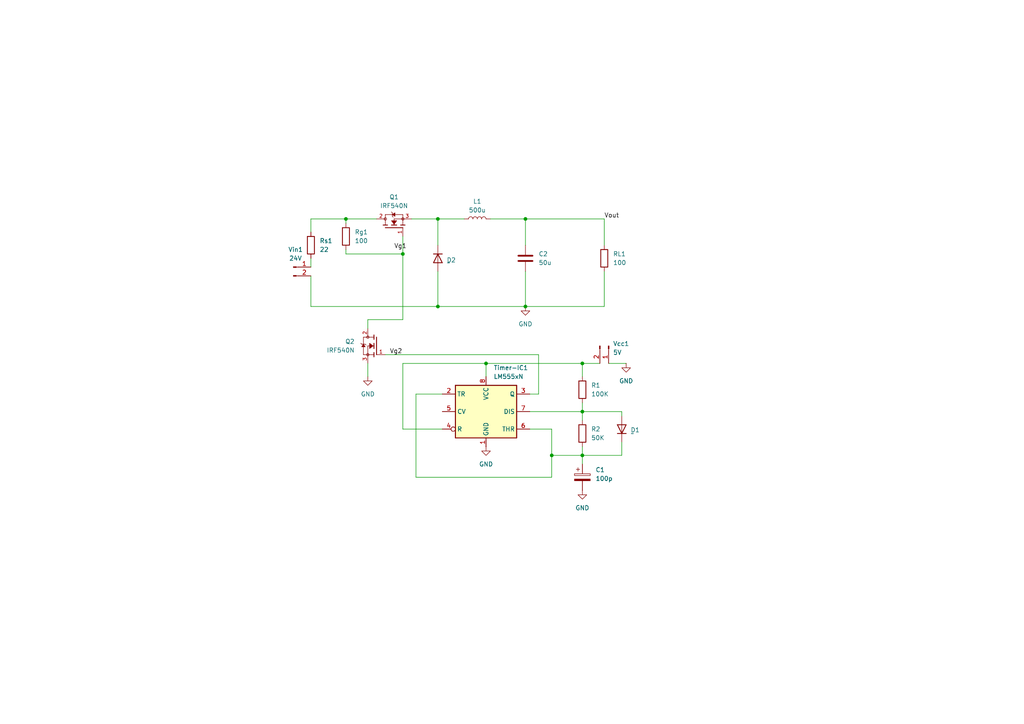
<source format=kicad_sch>
(kicad_sch
	(version 20231120)
	(generator "eeschema")
	(generator_version "8.0")
	(uuid "bee4cb38-338d-4411-b08a-1f4e0dc7cc45")
	(paper "A4")
	(title_block
		(title "Buck Converter")
		(date "2024-09-26")
	)
	(lib_symbols
		(symbol "Connector:Conn_01x02_Pin"
			(pin_names
				(offset 1.016) hide)
			(exclude_from_sim no)
			(in_bom yes)
			(on_board yes)
			(property "Reference" "J"
				(at 0 2.54 0)
				(effects
					(font
						(size 1.27 1.27)
					)
				)
			)
			(property "Value" "Conn_01x02_Pin"
				(at 0 -5.08 0)
				(effects
					(font
						(size 1.27 1.27)
					)
				)
			)
			(property "Footprint" ""
				(at 0 0 0)
				(effects
					(font
						(size 1.27 1.27)
					)
					(hide yes)
				)
			)
			(property "Datasheet" "~"
				(at 0 0 0)
				(effects
					(font
						(size 1.27 1.27)
					)
					(hide yes)
				)
			)
			(property "Description" "Generic connector, single row, 01x02, script generated"
				(at 0 0 0)
				(effects
					(font
						(size 1.27 1.27)
					)
					(hide yes)
				)
			)
			(property "ki_locked" ""
				(at 0 0 0)
				(effects
					(font
						(size 1.27 1.27)
					)
				)
			)
			(property "ki_keywords" "connector"
				(at 0 0 0)
				(effects
					(font
						(size 1.27 1.27)
					)
					(hide yes)
				)
			)
			(property "ki_fp_filters" "Connector*:*_1x??_*"
				(at 0 0 0)
				(effects
					(font
						(size 1.27 1.27)
					)
					(hide yes)
				)
			)
			(symbol "Conn_01x02_Pin_1_1"
				(polyline
					(pts
						(xy 1.27 -2.54) (xy 0.8636 -2.54)
					)
					(stroke
						(width 0.1524)
						(type default)
					)
					(fill
						(type none)
					)
				)
				(polyline
					(pts
						(xy 1.27 0) (xy 0.8636 0)
					)
					(stroke
						(width 0.1524)
						(type default)
					)
					(fill
						(type none)
					)
				)
				(rectangle
					(start 0.8636 -2.413)
					(end 0 -2.667)
					(stroke
						(width 0.1524)
						(type default)
					)
					(fill
						(type outline)
					)
				)
				(rectangle
					(start 0.8636 0.127)
					(end 0 -0.127)
					(stroke
						(width 0.1524)
						(type default)
					)
					(fill
						(type outline)
					)
				)
				(pin passive line
					(at 5.08 0 180)
					(length 3.81)
					(name "Pin_1"
						(effects
							(font
								(size 1.27 1.27)
							)
						)
					)
					(number "1"
						(effects
							(font
								(size 1.27 1.27)
							)
						)
					)
				)
				(pin passive line
					(at 5.08 -2.54 180)
					(length 3.81)
					(name "Pin_2"
						(effects
							(font
								(size 1.27 1.27)
							)
						)
					)
					(number "2"
						(effects
							(font
								(size 1.27 1.27)
							)
						)
					)
				)
			)
		)
		(symbol "Device:C"
			(pin_numbers hide)
			(pin_names
				(offset 0.254)
			)
			(exclude_from_sim no)
			(in_bom yes)
			(on_board yes)
			(property "Reference" "C"
				(at 0.635 2.54 0)
				(effects
					(font
						(size 1.27 1.27)
					)
					(justify left)
				)
			)
			(property "Value" "C"
				(at 0.635 -2.54 0)
				(effects
					(font
						(size 1.27 1.27)
					)
					(justify left)
				)
			)
			(property "Footprint" ""
				(at 0.9652 -3.81 0)
				(effects
					(font
						(size 1.27 1.27)
					)
					(hide yes)
				)
			)
			(property "Datasheet" "~"
				(at 0 0 0)
				(effects
					(font
						(size 1.27 1.27)
					)
					(hide yes)
				)
			)
			(property "Description" "Unpolarized capacitor"
				(at 0 0 0)
				(effects
					(font
						(size 1.27 1.27)
					)
					(hide yes)
				)
			)
			(property "ki_keywords" "cap capacitor"
				(at 0 0 0)
				(effects
					(font
						(size 1.27 1.27)
					)
					(hide yes)
				)
			)
			(property "ki_fp_filters" "C_*"
				(at 0 0 0)
				(effects
					(font
						(size 1.27 1.27)
					)
					(hide yes)
				)
			)
			(symbol "C_0_1"
				(polyline
					(pts
						(xy -2.032 -0.762) (xy 2.032 -0.762)
					)
					(stroke
						(width 0.508)
						(type default)
					)
					(fill
						(type none)
					)
				)
				(polyline
					(pts
						(xy -2.032 0.762) (xy 2.032 0.762)
					)
					(stroke
						(width 0.508)
						(type default)
					)
					(fill
						(type none)
					)
				)
			)
			(symbol "C_1_1"
				(pin passive line
					(at 0 3.81 270)
					(length 2.794)
					(name "~"
						(effects
							(font
								(size 1.27 1.27)
							)
						)
					)
					(number "1"
						(effects
							(font
								(size 1.27 1.27)
							)
						)
					)
				)
				(pin passive line
					(at 0 -3.81 90)
					(length 2.794)
					(name "~"
						(effects
							(font
								(size 1.27 1.27)
							)
						)
					)
					(number "2"
						(effects
							(font
								(size 1.27 1.27)
							)
						)
					)
				)
			)
		)
		(symbol "Device:C_Polarized"
			(pin_numbers hide)
			(pin_names
				(offset 0.254)
			)
			(exclude_from_sim no)
			(in_bom yes)
			(on_board yes)
			(property "Reference" "C"
				(at 0.635 2.54 0)
				(effects
					(font
						(size 1.27 1.27)
					)
					(justify left)
				)
			)
			(property "Value" "C_Polarized"
				(at 0.635 -2.54 0)
				(effects
					(font
						(size 1.27 1.27)
					)
					(justify left)
				)
			)
			(property "Footprint" ""
				(at 0.9652 -3.81 0)
				(effects
					(font
						(size 1.27 1.27)
					)
					(hide yes)
				)
			)
			(property "Datasheet" "~"
				(at 0 0 0)
				(effects
					(font
						(size 1.27 1.27)
					)
					(hide yes)
				)
			)
			(property "Description" "Polarized capacitor"
				(at 0 0 0)
				(effects
					(font
						(size 1.27 1.27)
					)
					(hide yes)
				)
			)
			(property "ki_keywords" "cap capacitor"
				(at 0 0 0)
				(effects
					(font
						(size 1.27 1.27)
					)
					(hide yes)
				)
			)
			(property "ki_fp_filters" "CP_*"
				(at 0 0 0)
				(effects
					(font
						(size 1.27 1.27)
					)
					(hide yes)
				)
			)
			(symbol "C_Polarized_0_1"
				(rectangle
					(start -2.286 0.508)
					(end 2.286 1.016)
					(stroke
						(width 0)
						(type default)
					)
					(fill
						(type none)
					)
				)
				(polyline
					(pts
						(xy -1.778 2.286) (xy -0.762 2.286)
					)
					(stroke
						(width 0)
						(type default)
					)
					(fill
						(type none)
					)
				)
				(polyline
					(pts
						(xy -1.27 2.794) (xy -1.27 1.778)
					)
					(stroke
						(width 0)
						(type default)
					)
					(fill
						(type none)
					)
				)
				(rectangle
					(start 2.286 -0.508)
					(end -2.286 -1.016)
					(stroke
						(width 0)
						(type default)
					)
					(fill
						(type outline)
					)
				)
			)
			(symbol "C_Polarized_1_1"
				(pin passive line
					(at 0 3.81 270)
					(length 2.794)
					(name "~"
						(effects
							(font
								(size 1.27 1.27)
							)
						)
					)
					(number "1"
						(effects
							(font
								(size 1.27 1.27)
							)
						)
					)
				)
				(pin passive line
					(at 0 -3.81 90)
					(length 2.794)
					(name "~"
						(effects
							(font
								(size 1.27 1.27)
							)
						)
					)
					(number "2"
						(effects
							(font
								(size 1.27 1.27)
							)
						)
					)
				)
			)
		)
		(symbol "Device:D"
			(pin_numbers hide)
			(pin_names
				(offset 1.016) hide)
			(exclude_from_sim no)
			(in_bom yes)
			(on_board yes)
			(property "Reference" "D"
				(at 0 2.54 0)
				(effects
					(font
						(size 1.27 1.27)
					)
				)
			)
			(property "Value" "D"
				(at 0 -2.54 0)
				(effects
					(font
						(size 1.27 1.27)
					)
				)
			)
			(property "Footprint" ""
				(at 0 0 0)
				(effects
					(font
						(size 1.27 1.27)
					)
					(hide yes)
				)
			)
			(property "Datasheet" "~"
				(at 0 0 0)
				(effects
					(font
						(size 1.27 1.27)
					)
					(hide yes)
				)
			)
			(property "Description" "Diode"
				(at 0 0 0)
				(effects
					(font
						(size 1.27 1.27)
					)
					(hide yes)
				)
			)
			(property "Sim.Device" "D"
				(at 0 0 0)
				(effects
					(font
						(size 1.27 1.27)
					)
					(hide yes)
				)
			)
			(property "Sim.Pins" "1=K 2=A"
				(at 0 0 0)
				(effects
					(font
						(size 1.27 1.27)
					)
					(hide yes)
				)
			)
			(property "ki_keywords" "diode"
				(at 0 0 0)
				(effects
					(font
						(size 1.27 1.27)
					)
					(hide yes)
				)
			)
			(property "ki_fp_filters" "TO-???* *_Diode_* *SingleDiode* D_*"
				(at 0 0 0)
				(effects
					(font
						(size 1.27 1.27)
					)
					(hide yes)
				)
			)
			(symbol "D_0_1"
				(polyline
					(pts
						(xy -1.27 1.27) (xy -1.27 -1.27)
					)
					(stroke
						(width 0.254)
						(type default)
					)
					(fill
						(type none)
					)
				)
				(polyline
					(pts
						(xy 1.27 0) (xy -1.27 0)
					)
					(stroke
						(width 0)
						(type default)
					)
					(fill
						(type none)
					)
				)
				(polyline
					(pts
						(xy 1.27 1.27) (xy 1.27 -1.27) (xy -1.27 0) (xy 1.27 1.27)
					)
					(stroke
						(width 0.254)
						(type default)
					)
					(fill
						(type none)
					)
				)
			)
			(symbol "D_1_1"
				(pin passive line
					(at -3.81 0 0)
					(length 2.54)
					(name "K"
						(effects
							(font
								(size 1.27 1.27)
							)
						)
					)
					(number "1"
						(effects
							(font
								(size 1.27 1.27)
							)
						)
					)
				)
				(pin passive line
					(at 3.81 0 180)
					(length 2.54)
					(name "A"
						(effects
							(font
								(size 1.27 1.27)
							)
						)
					)
					(number "2"
						(effects
							(font
								(size 1.27 1.27)
							)
						)
					)
				)
			)
		)
		(symbol "Device:L"
			(pin_numbers hide)
			(pin_names
				(offset 1.016) hide)
			(exclude_from_sim no)
			(in_bom yes)
			(on_board yes)
			(property "Reference" "L"
				(at -1.27 0 90)
				(effects
					(font
						(size 1.27 1.27)
					)
				)
			)
			(property "Value" "L"
				(at 1.905 0 90)
				(effects
					(font
						(size 1.27 1.27)
					)
				)
			)
			(property "Footprint" ""
				(at 0 0 0)
				(effects
					(font
						(size 1.27 1.27)
					)
					(hide yes)
				)
			)
			(property "Datasheet" "~"
				(at 0 0 0)
				(effects
					(font
						(size 1.27 1.27)
					)
					(hide yes)
				)
			)
			(property "Description" "Inductor"
				(at 0 0 0)
				(effects
					(font
						(size 1.27 1.27)
					)
					(hide yes)
				)
			)
			(property "ki_keywords" "inductor choke coil reactor magnetic"
				(at 0 0 0)
				(effects
					(font
						(size 1.27 1.27)
					)
					(hide yes)
				)
			)
			(property "ki_fp_filters" "Choke_* *Coil* Inductor_* L_*"
				(at 0 0 0)
				(effects
					(font
						(size 1.27 1.27)
					)
					(hide yes)
				)
			)
			(symbol "L_0_1"
				(arc
					(start 0 -2.54)
					(mid 0.6323 -1.905)
					(end 0 -1.27)
					(stroke
						(width 0)
						(type default)
					)
					(fill
						(type none)
					)
				)
				(arc
					(start 0 -1.27)
					(mid 0.6323 -0.635)
					(end 0 0)
					(stroke
						(width 0)
						(type default)
					)
					(fill
						(type none)
					)
				)
				(arc
					(start 0 0)
					(mid 0.6323 0.635)
					(end 0 1.27)
					(stroke
						(width 0)
						(type default)
					)
					(fill
						(type none)
					)
				)
				(arc
					(start 0 1.27)
					(mid 0.6323 1.905)
					(end 0 2.54)
					(stroke
						(width 0)
						(type default)
					)
					(fill
						(type none)
					)
				)
			)
			(symbol "L_1_1"
				(pin passive line
					(at 0 3.81 270)
					(length 1.27)
					(name "1"
						(effects
							(font
								(size 1.27 1.27)
							)
						)
					)
					(number "1"
						(effects
							(font
								(size 1.27 1.27)
							)
						)
					)
				)
				(pin passive line
					(at 0 -3.81 90)
					(length 1.27)
					(name "2"
						(effects
							(font
								(size 1.27 1.27)
							)
						)
					)
					(number "2"
						(effects
							(font
								(size 1.27 1.27)
							)
						)
					)
				)
			)
		)
		(symbol "Device:R"
			(pin_numbers hide)
			(pin_names
				(offset 0)
			)
			(exclude_from_sim no)
			(in_bom yes)
			(on_board yes)
			(property "Reference" "R"
				(at 2.032 0 90)
				(effects
					(font
						(size 1.27 1.27)
					)
				)
			)
			(property "Value" "R"
				(at 0 0 90)
				(effects
					(font
						(size 1.27 1.27)
					)
				)
			)
			(property "Footprint" ""
				(at -1.778 0 90)
				(effects
					(font
						(size 1.27 1.27)
					)
					(hide yes)
				)
			)
			(property "Datasheet" "~"
				(at 0 0 0)
				(effects
					(font
						(size 1.27 1.27)
					)
					(hide yes)
				)
			)
			(property "Description" "Resistor"
				(at 0 0 0)
				(effects
					(font
						(size 1.27 1.27)
					)
					(hide yes)
				)
			)
			(property "ki_keywords" "R res resistor"
				(at 0 0 0)
				(effects
					(font
						(size 1.27 1.27)
					)
					(hide yes)
				)
			)
			(property "ki_fp_filters" "R_*"
				(at 0 0 0)
				(effects
					(font
						(size 1.27 1.27)
					)
					(hide yes)
				)
			)
			(symbol "R_0_1"
				(rectangle
					(start -1.016 -2.54)
					(end 1.016 2.54)
					(stroke
						(width 0.254)
						(type default)
					)
					(fill
						(type none)
					)
				)
			)
			(symbol "R_1_1"
				(pin passive line
					(at 0 3.81 270)
					(length 1.27)
					(name "~"
						(effects
							(font
								(size 1.27 1.27)
							)
						)
					)
					(number "1"
						(effects
							(font
								(size 1.27 1.27)
							)
						)
					)
				)
				(pin passive line
					(at 0 -3.81 90)
					(length 1.27)
					(name "~"
						(effects
							(font
								(size 1.27 1.27)
							)
						)
					)
					(number "2"
						(effects
							(font
								(size 1.27 1.27)
							)
						)
					)
				)
			)
		)
		(symbol "IRF540N:IRF540N"
			(pin_names
				(offset 1.016)
			)
			(exclude_from_sim no)
			(in_bom yes)
			(on_board yes)
			(property "Reference" "Q"
				(at -8.89 2.54 0)
				(effects
					(font
						(size 1.27 1.27)
					)
					(justify left bottom)
				)
			)
			(property "Value" "IRF540N"
				(at -8.89 -7.62 0)
				(effects
					(font
						(size 1.27 1.27)
					)
					(justify left bottom)
				)
			)
			(property "Footprint" "IRF540N:TO254P1054X469X1930-3"
				(at 0 0 0)
				(effects
					(font
						(size 1.27 1.27)
					)
					(justify bottom)
					(hide yes)
				)
			)
			(property "Datasheet" ""
				(at 0 0 0)
				(effects
					(font
						(size 1.27 1.27)
					)
					(hide yes)
				)
			)
			(property "Description" ""
				(at 0 0 0)
				(effects
					(font
						(size 1.27 1.27)
					)
					(hide yes)
				)
			)
			(property "MF" "Infineon Technologies"
				(at 0 0 0)
				(effects
					(font
						(size 1.27 1.27)
					)
					(justify bottom)
					(hide yes)
				)
			)
			(property "MAXIMUM_PACKAGE_HEIGHT" "19.3 mm"
				(at 0 0 0)
				(effects
					(font
						(size 1.27 1.27)
					)
					(justify bottom)
					(hide yes)
				)
			)
			(property "Package" "Package"
				(at 0 0 0)
				(effects
					(font
						(size 1.27 1.27)
					)
					(justify bottom)
					(hide yes)
				)
			)
			(property "Price" "None"
				(at 0 0 0)
				(effects
					(font
						(size 1.27 1.27)
					)
					(justify bottom)
					(hide yes)
				)
			)
			(property "Check_prices" "https://www.snapeda.com/parts/IRF540N/Infineon+Technologies/view-part/?ref=eda"
				(at 0 0 0)
				(effects
					(font
						(size 1.27 1.27)
					)
					(justify bottom)
					(hide yes)
				)
			)
			(property "STANDARD" "IPC 7351B"
				(at 0 0 0)
				(effects
					(font
						(size 1.27 1.27)
					)
					(justify bottom)
					(hide yes)
				)
			)
			(property "PARTREV" "11/3/03"
				(at 0 0 0)
				(effects
					(font
						(size 1.27 1.27)
					)
					(justify bottom)
					(hide yes)
				)
			)
			(property "SnapEDA_Link" "https://www.snapeda.com/parts/IRF540N/Infineon+Technologies/view-part/?ref=snap"
				(at 0 0 0)
				(effects
					(font
						(size 1.27 1.27)
					)
					(justify bottom)
					(hide yes)
				)
			)
			(property "MP" "IRF540N"
				(at 0 0 0)
				(effects
					(font
						(size 1.27 1.27)
					)
					(justify bottom)
					(hide yes)
				)
			)
			(property "Purchase-URL" "https://www.snapeda.com/api/url_track_click_mouser/?unipart_id=551748&manufacturer=Infineon Technologies&part_name=IRF540N&search_term=None"
				(at 0 0 0)
				(effects
					(font
						(size 1.27 1.27)
					)
					(justify bottom)
					(hide yes)
				)
			)
			(property "Description_1" "\nTransistor NPN MOS IRF540/IRF540N INTERNATIONAL RECTIFIER Ampere=28 V=100 TO220\n"
				(at 0 0 0)
				(effects
					(font
						(size 1.27 1.27)
					)
					(justify bottom)
					(hide yes)
				)
			)
			(property "MANUFACTURER" "Infineon"
				(at 0 0 0)
				(effects
					(font
						(size 1.27 1.27)
					)
					(justify bottom)
					(hide yes)
				)
			)
			(property "Availability" "In Stock"
				(at 0 0 0)
				(effects
					(font
						(size 1.27 1.27)
					)
					(justify bottom)
					(hide yes)
				)
			)
			(property "SNAPEDA_PN" "X"
				(at 0 0 0)
				(effects
					(font
						(size 1.27 1.27)
					)
					(justify bottom)
					(hide yes)
				)
			)
			(symbol "IRF540N_0_0"
				(polyline
					(pts
						(xy 0 2.54) (xy 0 -2.54)
					)
					(stroke
						(width 0.254)
						(type default)
					)
					(fill
						(type none)
					)
				)
				(polyline
					(pts
						(xy 0.762 -2.54) (xy 0.762 -3.175)
					)
					(stroke
						(width 0.254)
						(type default)
					)
					(fill
						(type none)
					)
				)
				(polyline
					(pts
						(xy 0.762 -1.905) (xy 0.762 -2.54)
					)
					(stroke
						(width 0.254)
						(type default)
					)
					(fill
						(type none)
					)
				)
				(polyline
					(pts
						(xy 0.762 0) (xy 0.762 -0.762)
					)
					(stroke
						(width 0.254)
						(type default)
					)
					(fill
						(type none)
					)
				)
				(polyline
					(pts
						(xy 0.762 0) (xy 2.54 0)
					)
					(stroke
						(width 0.1524)
						(type default)
					)
					(fill
						(type none)
					)
				)
				(polyline
					(pts
						(xy 0.762 0.762) (xy 0.762 0)
					)
					(stroke
						(width 0.254)
						(type default)
					)
					(fill
						(type none)
					)
				)
				(polyline
					(pts
						(xy 0.762 2.54) (xy 0.762 1.905)
					)
					(stroke
						(width 0.254)
						(type default)
					)
					(fill
						(type none)
					)
				)
				(polyline
					(pts
						(xy 0.762 2.54) (xy 3.81 2.54)
					)
					(stroke
						(width 0.1524)
						(type default)
					)
					(fill
						(type none)
					)
				)
				(polyline
					(pts
						(xy 0.762 3.175) (xy 0.762 2.54)
					)
					(stroke
						(width 0.254)
						(type default)
					)
					(fill
						(type none)
					)
				)
				(polyline
					(pts
						(xy 2.54 -2.54) (xy 0.762 -2.54)
					)
					(stroke
						(width 0.1524)
						(type default)
					)
					(fill
						(type none)
					)
				)
				(polyline
					(pts
						(xy 2.54 -2.54) (xy 3.81 -2.54)
					)
					(stroke
						(width 0.1524)
						(type default)
					)
					(fill
						(type none)
					)
				)
				(polyline
					(pts
						(xy 2.54 0) (xy 2.54 -2.54)
					)
					(stroke
						(width 0.1524)
						(type default)
					)
					(fill
						(type none)
					)
				)
				(polyline
					(pts
						(xy 3.302 0.508) (xy 3.048 0.254)
					)
					(stroke
						(width 0.1524)
						(type default)
					)
					(fill
						(type none)
					)
				)
				(polyline
					(pts
						(xy 3.81 0.508) (xy 3.302 0.508)
					)
					(stroke
						(width 0.1524)
						(type default)
					)
					(fill
						(type none)
					)
				)
				(polyline
					(pts
						(xy 3.81 0.508) (xy 3.81 -2.54)
					)
					(stroke
						(width 0.1524)
						(type default)
					)
					(fill
						(type none)
					)
				)
				(polyline
					(pts
						(xy 3.81 2.54) (xy 3.81 0.508)
					)
					(stroke
						(width 0.1524)
						(type default)
					)
					(fill
						(type none)
					)
				)
				(polyline
					(pts
						(xy 4.318 0.508) (xy 3.81 0.508)
					)
					(stroke
						(width 0.1524)
						(type default)
					)
					(fill
						(type none)
					)
				)
				(polyline
					(pts
						(xy 4.572 0.762) (xy 4.318 0.508)
					)
					(stroke
						(width 0.1524)
						(type default)
					)
					(fill
						(type none)
					)
				)
				(polyline
					(pts
						(xy 1.016 0) (xy 2.032 0.762) (xy 2.032 -0.762) (xy 1.016 0)
					)
					(stroke
						(width 0.1524)
						(type default)
					)
					(fill
						(type outline)
					)
				)
				(polyline
					(pts
						(xy 3.81 0.508) (xy 3.302 -0.254) (xy 4.318 -0.254) (xy 3.81 0.508)
					)
					(stroke
						(width 0.1524)
						(type default)
					)
					(fill
						(type outline)
					)
				)
				(circle
					(center 2.54 -2.54)
					(radius 0.3592)
					(stroke
						(width 0)
						(type default)
					)
					(fill
						(type none)
					)
				)
				(circle
					(center 2.54 2.54)
					(radius 0.3592)
					(stroke
						(width 0)
						(type default)
					)
					(fill
						(type none)
					)
				)
				(pin passive line
					(at -2.54 -2.54 0)
					(length 2.54)
					(name "~"
						(effects
							(font
								(size 1.016 1.016)
							)
						)
					)
					(number "1"
						(effects
							(font
								(size 1.016 1.016)
							)
						)
					)
				)
				(pin passive line
					(at 2.54 5.08 270)
					(length 2.54)
					(name "~"
						(effects
							(font
								(size 1.016 1.016)
							)
						)
					)
					(number "2"
						(effects
							(font
								(size 1.016 1.016)
							)
						)
					)
				)
				(pin passive line
					(at 2.54 -5.08 90)
					(length 2.54)
					(name "~"
						(effects
							(font
								(size 1.016 1.016)
							)
						)
					)
					(number "3"
						(effects
							(font
								(size 1.016 1.016)
							)
						)
					)
				)
			)
		)
		(symbol "Timer:LM555xN"
			(exclude_from_sim no)
			(in_bom yes)
			(on_board yes)
			(property "Reference" "U"
				(at -10.16 8.89 0)
				(effects
					(font
						(size 1.27 1.27)
					)
					(justify left)
				)
			)
			(property "Value" "LM555xN"
				(at 2.54 8.89 0)
				(effects
					(font
						(size 1.27 1.27)
					)
					(justify left)
				)
			)
			(property "Footprint" "Package_DIP:DIP-8_W7.62mm"
				(at 16.51 -10.16 0)
				(effects
					(font
						(size 1.27 1.27)
					)
					(hide yes)
				)
			)
			(property "Datasheet" "http://www.ti.com/lit/ds/symlink/lm555.pdf"
				(at 21.59 -10.16 0)
				(effects
					(font
						(size 1.27 1.27)
					)
					(hide yes)
				)
			)
			(property "Description" "Timer, 555 compatible, PDIP-8"
				(at 0 0 0)
				(effects
					(font
						(size 1.27 1.27)
					)
					(hide yes)
				)
			)
			(property "ki_keywords" "single timer 555"
				(at 0 0 0)
				(effects
					(font
						(size 1.27 1.27)
					)
					(hide yes)
				)
			)
			(property "ki_fp_filters" "DIP*W7.62mm*"
				(at 0 0 0)
				(effects
					(font
						(size 1.27 1.27)
					)
					(hide yes)
				)
			)
			(symbol "LM555xN_0_0"
				(pin power_in line
					(at 0 -10.16 90)
					(length 2.54)
					(name "GND"
						(effects
							(font
								(size 1.27 1.27)
							)
						)
					)
					(number "1"
						(effects
							(font
								(size 1.27 1.27)
							)
						)
					)
				)
				(pin power_in line
					(at 0 10.16 270)
					(length 2.54)
					(name "VCC"
						(effects
							(font
								(size 1.27 1.27)
							)
						)
					)
					(number "8"
						(effects
							(font
								(size 1.27 1.27)
							)
						)
					)
				)
			)
			(symbol "LM555xN_0_1"
				(rectangle
					(start -8.89 -7.62)
					(end 8.89 7.62)
					(stroke
						(width 0.254)
						(type default)
					)
					(fill
						(type background)
					)
				)
				(rectangle
					(start -8.89 -7.62)
					(end 8.89 7.62)
					(stroke
						(width 0.254)
						(type default)
					)
					(fill
						(type background)
					)
				)
			)
			(symbol "LM555xN_1_1"
				(pin input line
					(at -12.7 5.08 0)
					(length 3.81)
					(name "TR"
						(effects
							(font
								(size 1.27 1.27)
							)
						)
					)
					(number "2"
						(effects
							(font
								(size 1.27 1.27)
							)
						)
					)
				)
				(pin output line
					(at 12.7 5.08 180)
					(length 3.81)
					(name "Q"
						(effects
							(font
								(size 1.27 1.27)
							)
						)
					)
					(number "3"
						(effects
							(font
								(size 1.27 1.27)
							)
						)
					)
				)
				(pin input inverted
					(at -12.7 -5.08 0)
					(length 3.81)
					(name "R"
						(effects
							(font
								(size 1.27 1.27)
							)
						)
					)
					(number "4"
						(effects
							(font
								(size 1.27 1.27)
							)
						)
					)
				)
				(pin input line
					(at -12.7 0 0)
					(length 3.81)
					(name "CV"
						(effects
							(font
								(size 1.27 1.27)
							)
						)
					)
					(number "5"
						(effects
							(font
								(size 1.27 1.27)
							)
						)
					)
				)
				(pin input line
					(at 12.7 -5.08 180)
					(length 3.81)
					(name "THR"
						(effects
							(font
								(size 1.27 1.27)
							)
						)
					)
					(number "6"
						(effects
							(font
								(size 1.27 1.27)
							)
						)
					)
				)
				(pin input line
					(at 12.7 0 180)
					(length 3.81)
					(name "DIS"
						(effects
							(font
								(size 1.27 1.27)
							)
						)
					)
					(number "7"
						(effects
							(font
								(size 1.27 1.27)
							)
						)
					)
				)
			)
		)
		(symbol "power:GND"
			(power)
			(pin_numbers hide)
			(pin_names
				(offset 0) hide)
			(exclude_from_sim no)
			(in_bom yes)
			(on_board yes)
			(property "Reference" "#PWR"
				(at 0 -6.35 0)
				(effects
					(font
						(size 1.27 1.27)
					)
					(hide yes)
				)
			)
			(property "Value" "GND"
				(at 0 -3.81 0)
				(effects
					(font
						(size 1.27 1.27)
					)
				)
			)
			(property "Footprint" ""
				(at 0 0 0)
				(effects
					(font
						(size 1.27 1.27)
					)
					(hide yes)
				)
			)
			(property "Datasheet" ""
				(at 0 0 0)
				(effects
					(font
						(size 1.27 1.27)
					)
					(hide yes)
				)
			)
			(property "Description" "Power symbol creates a global label with name \"GND\" , ground"
				(at 0 0 0)
				(effects
					(font
						(size 1.27 1.27)
					)
					(hide yes)
				)
			)
			(property "ki_keywords" "global power"
				(at 0 0 0)
				(effects
					(font
						(size 1.27 1.27)
					)
					(hide yes)
				)
			)
			(symbol "GND_0_1"
				(polyline
					(pts
						(xy 0 0) (xy 0 -1.27) (xy 1.27 -1.27) (xy 0 -2.54) (xy -1.27 -1.27) (xy 0 -1.27)
					)
					(stroke
						(width 0)
						(type default)
					)
					(fill
						(type none)
					)
				)
			)
			(symbol "GND_1_1"
				(pin power_in line
					(at 0 0 270)
					(length 0)
					(name "~"
						(effects
							(font
								(size 1.27 1.27)
							)
						)
					)
					(number "1"
						(effects
							(font
								(size 1.27 1.27)
							)
						)
					)
				)
			)
		)
	)
	(junction
		(at 168.91 105.41)
		(diameter 0)
		(color 0 0 0 0)
		(uuid "32e4ab4c-c000-40b1-8ef5-a344460443f6")
	)
	(junction
		(at 168.91 132.08)
		(diameter 0)
		(color 0 0 0 0)
		(uuid "3e756156-b94c-45ef-994d-dab3e4d737e7")
	)
	(junction
		(at 168.91 119.38)
		(diameter 0)
		(color 0 0 0 0)
		(uuid "49824c8b-c75f-474d-8f03-61c0021376f2")
	)
	(junction
		(at 152.4 88.9)
		(diameter 0)
		(color 0 0 0 0)
		(uuid "622e547c-89d4-4455-ba36-3da5f7a9d2ca")
	)
	(junction
		(at 140.97 105.41)
		(diameter 0)
		(color 0 0 0 0)
		(uuid "67742904-c9f1-4645-96ae-676ae6035b9f")
	)
	(junction
		(at 127 63.5)
		(diameter 0)
		(color 0 0 0 0)
		(uuid "79aba8c6-916c-4a1d-a9d4-253ed94ae0d6")
	)
	(junction
		(at 152.4 63.5)
		(diameter 0)
		(color 0 0 0 0)
		(uuid "c2a4bbad-d4a0-49e4-bb9f-ec5ae069ad69")
	)
	(junction
		(at 160.02 132.08)
		(diameter 0)
		(color 0 0 0 0)
		(uuid "c749fb9e-709e-4bd5-b852-451c976c88ad")
	)
	(junction
		(at 116.84 73.66)
		(diameter 0)
		(color 0 0 0 0)
		(uuid "d34a529c-41ec-470c-a1cc-1610226d27ea")
	)
	(junction
		(at 100.33 63.5)
		(diameter 0)
		(color 0 0 0 0)
		(uuid "ea245d87-c379-428d-9e43-76508671134f")
	)
	(junction
		(at 127 88.9)
		(diameter 0)
		(color 0 0 0 0)
		(uuid "f5cd87cf-c8ba-40e6-a7db-8f00f5f692db")
	)
	(wire
		(pts
			(xy 175.26 71.12) (xy 175.26 63.5)
		)
		(stroke
			(width 0)
			(type default)
		)
		(uuid "013809ca-8058-4824-a40d-3478ab64a169")
	)
	(wire
		(pts
			(xy 176.53 105.41) (xy 181.61 105.41)
		)
		(stroke
			(width 0)
			(type default)
		)
		(uuid "06a43c14-b084-4108-bbd5-887f548b3be9")
	)
	(wire
		(pts
			(xy 100.33 63.5) (xy 109.22 63.5)
		)
		(stroke
			(width 0)
			(type default)
		)
		(uuid "0f8deb58-645e-4240-ae93-003fd3a96a92")
	)
	(wire
		(pts
			(xy 156.21 102.87) (xy 156.21 114.3)
		)
		(stroke
			(width 0)
			(type default)
		)
		(uuid "13e17f23-8bd6-4984-bbdd-e1c880a227de")
	)
	(wire
		(pts
			(xy 168.91 105.41) (xy 173.99 105.41)
		)
		(stroke
			(width 0)
			(type default)
		)
		(uuid "14931508-9e35-4673-bc33-a8213faaea89")
	)
	(wire
		(pts
			(xy 168.91 132.08) (xy 180.34 132.08)
		)
		(stroke
			(width 0)
			(type default)
		)
		(uuid "1d0dcf5a-12ca-442e-becc-97c1cc2a5bd5")
	)
	(wire
		(pts
			(xy 152.4 63.5) (xy 175.26 63.5)
		)
		(stroke
			(width 0)
			(type default)
		)
		(uuid "1db309a0-f3b3-4a0a-8d32-64889f13b3f9")
	)
	(wire
		(pts
			(xy 160.02 132.08) (xy 160.02 138.43)
		)
		(stroke
			(width 0)
			(type default)
		)
		(uuid "1fddcdc8-5803-4f39-afab-4e9742db91c0")
	)
	(wire
		(pts
			(xy 119.38 63.5) (xy 127 63.5)
		)
		(stroke
			(width 0)
			(type default)
		)
		(uuid "20f9843b-211a-4447-bf02-a6c84aaabc32")
	)
	(wire
		(pts
			(xy 140.97 109.22) (xy 140.97 105.41)
		)
		(stroke
			(width 0)
			(type default)
		)
		(uuid "23b2f0c5-cd10-482c-af51-2865154ec9a9")
	)
	(wire
		(pts
			(xy 90.17 67.31) (xy 90.17 63.5)
		)
		(stroke
			(width 0)
			(type default)
		)
		(uuid "2c79485d-835a-4380-a65c-ac5ac382c14e")
	)
	(wire
		(pts
			(xy 168.91 119.38) (xy 168.91 121.92)
		)
		(stroke
			(width 0)
			(type default)
		)
		(uuid "35006a10-3d3b-42f4-938b-9baa967a5c9d")
	)
	(wire
		(pts
			(xy 90.17 88.9) (xy 127 88.9)
		)
		(stroke
			(width 0)
			(type default)
		)
		(uuid "384685f3-6e3c-4a86-bc8d-1f28a4cbfa00")
	)
	(wire
		(pts
			(xy 116.84 105.41) (xy 116.84 124.46)
		)
		(stroke
			(width 0)
			(type default)
		)
		(uuid "4780abdd-28ff-4281-af6d-dbacc6e087da")
	)
	(wire
		(pts
			(xy 152.4 78.74) (xy 152.4 88.9)
		)
		(stroke
			(width 0)
			(type default)
		)
		(uuid "48de3927-3d7d-4c6e-a1b6-b68a0c662488")
	)
	(wire
		(pts
			(xy 111.76 102.87) (xy 156.21 102.87)
		)
		(stroke
			(width 0)
			(type default)
		)
		(uuid "5028a6c9-3989-48db-868a-b434fb363c27")
	)
	(wire
		(pts
			(xy 116.84 105.41) (xy 140.97 105.41)
		)
		(stroke
			(width 0)
			(type default)
		)
		(uuid "50745bde-ccf1-4d54-ac49-7c7f2bec9c70")
	)
	(wire
		(pts
			(xy 106.68 95.25) (xy 106.68 92.71)
		)
		(stroke
			(width 0)
			(type default)
		)
		(uuid "5af1672b-7e7f-42b0-92f9-8ba66ea0e40c")
	)
	(wire
		(pts
			(xy 152.4 88.9) (xy 175.26 88.9)
		)
		(stroke
			(width 0)
			(type default)
		)
		(uuid "5d28bea5-e5fb-4220-b4c3-9b12df2f24da")
	)
	(wire
		(pts
			(xy 90.17 63.5) (xy 100.33 63.5)
		)
		(stroke
			(width 0)
			(type default)
		)
		(uuid "6f164824-354a-4d84-9646-7a962383631a")
	)
	(wire
		(pts
			(xy 153.67 124.46) (xy 160.02 124.46)
		)
		(stroke
			(width 0)
			(type default)
		)
		(uuid "70c984be-1077-41c7-8615-817941caec2e")
	)
	(wire
		(pts
			(xy 180.34 128.27) (xy 180.34 132.08)
		)
		(stroke
			(width 0)
			(type default)
		)
		(uuid "746b4f0d-0517-4e2d-a65d-59d1d8ba6368")
	)
	(wire
		(pts
			(xy 152.4 63.5) (xy 152.4 71.12)
		)
		(stroke
			(width 0)
			(type default)
		)
		(uuid "748ef9bc-1dc4-4c50-8d2f-db02bc48b6c5")
	)
	(wire
		(pts
			(xy 128.27 114.3) (xy 120.65 114.3)
		)
		(stroke
			(width 0)
			(type default)
		)
		(uuid "7636358f-da30-4640-af6c-c4533879402b")
	)
	(wire
		(pts
			(xy 106.68 105.41) (xy 106.68 109.22)
		)
		(stroke
			(width 0)
			(type default)
		)
		(uuid "78b89bf3-ce17-4d9e-8b1d-55d021ca522c")
	)
	(wire
		(pts
			(xy 120.65 138.43) (xy 160.02 138.43)
		)
		(stroke
			(width 0)
			(type default)
		)
		(uuid "7e19b9c5-6585-4f72-ae92-02bd4e1faed1")
	)
	(wire
		(pts
			(xy 127 88.9) (xy 152.4 88.9)
		)
		(stroke
			(width 0)
			(type default)
		)
		(uuid "7fa49c40-3818-42ae-9c1d-4f4dc605d7d3")
	)
	(wire
		(pts
			(xy 168.91 116.84) (xy 168.91 119.38)
		)
		(stroke
			(width 0)
			(type default)
		)
		(uuid "802e2689-5f3c-436c-8e0f-ed017687510d")
	)
	(wire
		(pts
			(xy 168.91 129.54) (xy 168.91 132.08)
		)
		(stroke
			(width 0)
			(type default)
		)
		(uuid "8412c677-af68-491e-946b-960346e35a45")
	)
	(wire
		(pts
			(xy 140.97 105.41) (xy 168.91 105.41)
		)
		(stroke
			(width 0)
			(type default)
		)
		(uuid "87ded5cf-8046-430f-8c6a-6cadb7fd2b12")
	)
	(wire
		(pts
			(xy 175.26 78.74) (xy 175.26 88.9)
		)
		(stroke
			(width 0)
			(type default)
		)
		(uuid "8a6c4966-ccf7-455f-bb2d-efedfdb1908a")
	)
	(wire
		(pts
			(xy 90.17 77.47) (xy 90.17 74.93)
		)
		(stroke
			(width 0)
			(type default)
		)
		(uuid "8a968fb4-31a1-4a34-a285-6d8d5ec76b53")
	)
	(wire
		(pts
			(xy 100.33 72.39) (xy 100.33 73.66)
		)
		(stroke
			(width 0)
			(type default)
		)
		(uuid "9132b753-e4a6-43bd-994d-3851bd9578c7")
	)
	(wire
		(pts
			(xy 134.62 63.5) (xy 127 63.5)
		)
		(stroke
			(width 0)
			(type default)
		)
		(uuid "9486fb77-4071-400d-aa12-0964d3805815")
	)
	(wire
		(pts
			(xy 153.67 119.38) (xy 168.91 119.38)
		)
		(stroke
			(width 0)
			(type default)
		)
		(uuid "99701025-a2c7-4dab-b071-a89bc8701d03")
	)
	(wire
		(pts
			(xy 160.02 124.46) (xy 160.02 132.08)
		)
		(stroke
			(width 0)
			(type default)
		)
		(uuid "99f0deba-426f-4b6f-85ab-ff9014b702ff")
	)
	(wire
		(pts
			(xy 90.17 80.01) (xy 90.17 88.9)
		)
		(stroke
			(width 0)
			(type default)
		)
		(uuid "9baabfb9-8bed-45bb-b510-54adf5138aef")
	)
	(wire
		(pts
			(xy 106.68 92.71) (xy 116.84 92.71)
		)
		(stroke
			(width 0)
			(type default)
		)
		(uuid "9d54deac-3d18-48ea-8d03-ee731cbcfb16")
	)
	(wire
		(pts
			(xy 100.33 73.66) (xy 116.84 73.66)
		)
		(stroke
			(width 0)
			(type default)
		)
		(uuid "a735463e-f24c-46b7-bc1c-ce71fab52897")
	)
	(wire
		(pts
			(xy 153.67 114.3) (xy 156.21 114.3)
		)
		(stroke
			(width 0)
			(type default)
		)
		(uuid "b89e1784-a9b2-41f8-bc9a-5154283d673e")
	)
	(wire
		(pts
			(xy 127 63.5) (xy 127 71.12)
		)
		(stroke
			(width 0)
			(type default)
		)
		(uuid "ba04ee59-3cf5-4d52-910f-1dc3f3d46d71")
	)
	(wire
		(pts
			(xy 160.02 132.08) (xy 168.91 132.08)
		)
		(stroke
			(width 0)
			(type default)
		)
		(uuid "c4073580-16d5-4589-a1d2-a8c4bbd43f95")
	)
	(wire
		(pts
			(xy 168.91 119.38) (xy 180.34 119.38)
		)
		(stroke
			(width 0)
			(type default)
		)
		(uuid "ccb2340a-e6ef-4f02-a6a7-ed070b5f5dd8")
	)
	(wire
		(pts
			(xy 168.91 132.08) (xy 168.91 134.62)
		)
		(stroke
			(width 0)
			(type default)
		)
		(uuid "cf07d0c8-c0a7-4476-b047-fc301b2cbdd4")
	)
	(wire
		(pts
			(xy 116.84 68.58) (xy 116.84 73.66)
		)
		(stroke
			(width 0)
			(type default)
		)
		(uuid "d8bd08d6-5445-48cd-b152-af45dce6821a")
	)
	(wire
		(pts
			(xy 128.27 124.46) (xy 116.84 124.46)
		)
		(stroke
			(width 0)
			(type default)
		)
		(uuid "e0941e7c-34b3-4028-8d0b-fb94bc3ad5ca")
	)
	(wire
		(pts
			(xy 116.84 73.66) (xy 116.84 92.71)
		)
		(stroke
			(width 0)
			(type default)
		)
		(uuid "e39e654a-69d0-4bc9-b806-5dbf2e5e26f7")
	)
	(wire
		(pts
			(xy 168.91 105.41) (xy 168.91 109.22)
		)
		(stroke
			(width 0)
			(type default)
		)
		(uuid "e5c0545b-42ae-47d3-abe0-d142eedd076f")
	)
	(wire
		(pts
			(xy 120.65 114.3) (xy 120.65 138.43)
		)
		(stroke
			(width 0)
			(type default)
		)
		(uuid "ebab4b48-d5fe-42af-9e22-cfeda25a6c69")
	)
	(wire
		(pts
			(xy 100.33 64.77) (xy 100.33 63.5)
		)
		(stroke
			(width 0)
			(type default)
		)
		(uuid "ec299f32-c6bf-4bf8-b643-b385bcef3f58")
	)
	(wire
		(pts
			(xy 142.24 63.5) (xy 152.4 63.5)
		)
		(stroke
			(width 0)
			(type default)
		)
		(uuid "ef23aa13-3fb3-4c16-935f-96da1e53782c")
	)
	(wire
		(pts
			(xy 127 78.74) (xy 127 88.9)
		)
		(stroke
			(width 0)
			(type default)
		)
		(uuid "f904170d-a721-401b-b6c5-26b5ba8a0014")
	)
	(wire
		(pts
			(xy 180.34 120.65) (xy 180.34 119.38)
		)
		(stroke
			(width 0)
			(type default)
		)
		(uuid "fbfea94a-56a6-46c3-900e-736670766b5e")
	)
	(label "Vout"
		(at 175.26 63.5 0)
		(fields_autoplaced yes)
		(effects
			(font
				(size 1.27 1.27)
			)
			(justify left bottom)
		)
		(uuid "6734ec5d-ea6a-4fa5-9f4d-b57c7a47314b")
	)
	(label "Vg1"
		(at 114.3 72.39 0)
		(fields_autoplaced yes)
		(effects
			(font
				(size 1.27 1.27)
			)
			(justify left bottom)
		)
		(uuid "84640c77-7742-4961-97c4-39591b4a9a21")
	)
	(label "Vg2"
		(at 113.03 102.87 0)
		(fields_autoplaced yes)
		(effects
			(font
				(size 1.27 1.27)
			)
			(justify left bottom)
		)
		(uuid "d5833022-f846-476d-8497-c944e9fc2eed")
	)
	(symbol
		(lib_id "Device:R")
		(at 90.17 71.12 0)
		(unit 1)
		(exclude_from_sim no)
		(in_bom yes)
		(on_board yes)
		(dnp no)
		(fields_autoplaced yes)
		(uuid "1343ab37-81c0-49a7-a85d-7a4d148a9303")
		(property "Reference" "Rs1"
			(at 92.71 69.8499 0)
			(effects
				(font
					(size 1.27 1.27)
				)
				(justify left)
			)
		)
		(property "Value" "22"
			(at 92.71 72.3899 0)
			(effects
				(font
					(size 1.27 1.27)
				)
				(justify left)
			)
		)
		(property "Footprint" "Resistor_THT:R_Axial_DIN0207_L6.3mm_D2.5mm_P7.62mm_Horizontal"
			(at 88.392 71.12 90)
			(effects
				(font
					(size 1.27 1.27)
				)
				(hide yes)
			)
		)
		(property "Datasheet" "~"
			(at 90.17 71.12 0)
			(effects
				(font
					(size 1.27 1.27)
				)
				(hide yes)
			)
		)
		(property "Description" "Resistor"
			(at 90.17 71.12 0)
			(effects
				(font
					(size 1.27 1.27)
				)
				(hide yes)
			)
		)
		(pin "2"
			(uuid "6a1bbd34-d27c-47e7-a058-f083cb9cef95")
		)
		(pin "1"
			(uuid "e244bebd-5b70-4fbb-ba9d-78fecf0c9751")
		)
		(instances
			(project "encore"
				(path "/bee4cb38-338d-4411-b08a-1f4e0dc7cc45"
					(reference "Rs1")
					(unit 1)
				)
			)
		)
	)
	(symbol
		(lib_id "Device:C")
		(at 152.4 74.93 0)
		(unit 1)
		(exclude_from_sim no)
		(in_bom yes)
		(on_board yes)
		(dnp no)
		(fields_autoplaced yes)
		(uuid "3332a00b-be50-4886-b85a-1e9512ede7cd")
		(property "Reference" "C2"
			(at 156.21 73.6599 0)
			(effects
				(font
					(size 1.27 1.27)
				)
				(justify left)
			)
		)
		(property "Value" "50u"
			(at 156.21 76.1999 0)
			(effects
				(font
					(size 1.27 1.27)
				)
				(justify left)
			)
		)
		(property "Footprint" "Capacitor_THT:CP_Radial_D6.3mm_P2.50mm"
			(at 153.3652 78.74 0)
			(effects
				(font
					(size 1.27 1.27)
				)
				(hide yes)
			)
		)
		(property "Datasheet" "~"
			(at 152.4 74.93 0)
			(effects
				(font
					(size 1.27 1.27)
				)
				(hide yes)
			)
		)
		(property "Description" "Unpolarized capacitor"
			(at 152.4 74.93 0)
			(effects
				(font
					(size 1.27 1.27)
				)
				(hide yes)
			)
		)
		(pin "2"
			(uuid "56b1e128-4bd6-4c71-b271-64cc9f1ab07c")
		)
		(pin "1"
			(uuid "83c9d685-30de-43e1-b5e7-71ee5a69f53f")
		)
		(instances
			(project ""
				(path "/bee4cb38-338d-4411-b08a-1f4e0dc7cc45"
					(reference "C2")
					(unit 1)
				)
			)
		)
	)
	(symbol
		(lib_id "IRF540N:IRF540N")
		(at 109.22 100.33 0)
		(mirror y)
		(unit 1)
		(exclude_from_sim no)
		(in_bom yes)
		(on_board yes)
		(dnp no)
		(fields_autoplaced yes)
		(uuid "3728db48-56df-45ac-8668-a88c383f858d")
		(property "Reference" "Q2"
			(at 102.87 99.0599 0)
			(effects
				(font
					(size 1.27 1.27)
				)
				(justify left)
			)
		)
		(property "Value" "IRF540N"
			(at 102.87 101.5999 0)
			(effects
				(font
					(size 1.27 1.27)
				)
				(justify left)
			)
		)
		(property "Footprint" "IRF540N:TO254P1054X469X1930-3"
			(at 109.22 100.33 0)
			(effects
				(font
					(size 1.27 1.27)
				)
				(justify bottom)
				(hide yes)
			)
		)
		(property "Datasheet" ""
			(at 109.22 100.33 0)
			(effects
				(font
					(size 1.27 1.27)
				)
				(hide yes)
			)
		)
		(property "Description" ""
			(at 109.22 100.33 0)
			(effects
				(font
					(size 1.27 1.27)
				)
				(hide yes)
			)
		)
		(property "MF" "Infineon Technologies"
			(at 109.22 100.33 0)
			(effects
				(font
					(size 1.27 1.27)
				)
				(justify bottom)
				(hide yes)
			)
		)
		(property "MAXIMUM_PACKAGE_HEIGHT" "19.3 mm"
			(at 109.22 100.33 0)
			(effects
				(font
					(size 1.27 1.27)
				)
				(justify bottom)
				(hide yes)
			)
		)
		(property "Package" "Package"
			(at 109.22 100.33 0)
			(effects
				(font
					(size 1.27 1.27)
				)
				(justify bottom)
				(hide yes)
			)
		)
		(property "Price" "None"
			(at 109.22 100.33 0)
			(effects
				(font
					(size 1.27 1.27)
				)
				(justify bottom)
				(hide yes)
			)
		)
		(property "Check_prices" "https://www.snapeda.com/parts/IRF540N/Infineon+Technologies/view-part/?ref=eda"
			(at 109.22 100.33 0)
			(effects
				(font
					(size 1.27 1.27)
				)
				(justify bottom)
				(hide yes)
			)
		)
		(property "STANDARD" "IPC 7351B"
			(at 109.22 100.33 0)
			(effects
				(font
					(size 1.27 1.27)
				)
				(justify bottom)
				(hide yes)
			)
		)
		(property "PARTREV" "11/3/03"
			(at 109.22 100.33 0)
			(effects
				(font
					(size 1.27 1.27)
				)
				(justify bottom)
				(hide yes)
			)
		)
		(property "SnapEDA_Link" "https://www.snapeda.com/parts/IRF540N/Infineon+Technologies/view-part/?ref=snap"
			(at 109.22 100.33 0)
			(effects
				(font
					(size 1.27 1.27)
				)
				(justify bottom)
				(hide yes)
			)
		)
		(property "MP" "IRF540N"
			(at 109.22 100.33 0)
			(effects
				(font
					(size 1.27 1.27)
				)
				(justify bottom)
				(hide yes)
			)
		)
		(property "Purchase-URL" "https://www.snapeda.com/api/url_track_click_mouser/?unipart_id=551748&manufacturer=Infineon Technologies&part_name=IRF540N&search_term=None"
			(at 109.22 100.33 0)
			(effects
				(font
					(size 1.27 1.27)
				)
				(justify bottom)
				(hide yes)
			)
		)
		(property "Description_1" "\nTransistor NPN MOS IRF540/IRF540N INTERNATIONAL RECTIFIER Ampere=28 V=100 TO220\n"
			(at 109.22 100.33 0)
			(effects
				(font
					(size 1.27 1.27)
				)
				(justify bottom)
				(hide yes)
			)
		)
		(property "MANUFACTURER" "Infineon"
			(at 109.22 100.33 0)
			(effects
				(font
					(size 1.27 1.27)
				)
				(justify bottom)
				(hide yes)
			)
		)
		(property "Availability" "In Stock"
			(at 109.22 100.33 0)
			(effects
				(font
					(size 1.27 1.27)
				)
				(justify bottom)
				(hide yes)
			)
		)
		(property "SNAPEDA_PN" "X"
			(at 109.22 100.33 0)
			(effects
				(font
					(size 1.27 1.27)
				)
				(justify bottom)
				(hide yes)
			)
		)
		(pin "1"
			(uuid "61df1eac-861e-4815-b14b-0945004aa5ca")
		)
		(pin "2"
			(uuid "18de78fc-4c2e-42e7-9c16-d7f9d7a9d70f")
		)
		(pin "3"
			(uuid "a56ad831-6bb2-4274-b65c-62a6a7415172")
		)
		(instances
			(project ""
				(path "/bee4cb38-338d-4411-b08a-1f4e0dc7cc45"
					(reference "Q2")
					(unit 1)
				)
			)
		)
	)
	(symbol
		(lib_id "Device:R")
		(at 168.91 113.03 0)
		(unit 1)
		(exclude_from_sim no)
		(in_bom yes)
		(on_board yes)
		(dnp no)
		(fields_autoplaced yes)
		(uuid "3ac60225-f11d-4f9c-a5fe-145380d6abba")
		(property "Reference" "R1"
			(at 171.45 111.7599 0)
			(effects
				(font
					(size 1.27 1.27)
				)
				(justify left)
			)
		)
		(property "Value" "100K"
			(at 171.45 114.2999 0)
			(effects
				(font
					(size 1.27 1.27)
				)
				(justify left)
			)
		)
		(property "Footprint" "Resistor_THT:R_Axial_DIN0207_L6.3mm_D2.5mm_P7.62mm_Horizontal"
			(at 167.132 113.03 90)
			(effects
				(font
					(size 1.27 1.27)
				)
				(hide yes)
			)
		)
		(property "Datasheet" "~"
			(at 168.91 113.03 0)
			(effects
				(font
					(size 1.27 1.27)
				)
				(hide yes)
			)
		)
		(property "Description" "Resistor"
			(at 168.91 113.03 0)
			(effects
				(font
					(size 1.27 1.27)
				)
				(hide yes)
			)
		)
		(pin "2"
			(uuid "0b067329-00c4-43d5-9aa4-606ea8122257")
		)
		(pin "1"
			(uuid "c5bb8d8d-05d4-466a-8042-adfed67ba015")
		)
		(instances
			(project "encore"
				(path "/bee4cb38-338d-4411-b08a-1f4e0dc7cc45"
					(reference "R1")
					(unit 1)
				)
			)
		)
	)
	(symbol
		(lib_id "power:GND")
		(at 181.61 105.41 0)
		(unit 1)
		(exclude_from_sim no)
		(in_bom yes)
		(on_board yes)
		(dnp no)
		(fields_autoplaced yes)
		(uuid "3dd45fb7-6c8d-48c1-8e3f-2031121eac97")
		(property "Reference" "#PWR01"
			(at 181.61 111.76 0)
			(effects
				(font
					(size 1.27 1.27)
				)
				(hide yes)
			)
		)
		(property "Value" "GND"
			(at 181.61 110.49 0)
			(effects
				(font
					(size 1.27 1.27)
				)
			)
		)
		(property "Footprint" ""
			(at 181.61 105.41 0)
			(effects
				(font
					(size 1.27 1.27)
				)
				(hide yes)
			)
		)
		(property "Datasheet" ""
			(at 181.61 105.41 0)
			(effects
				(font
					(size 1.27 1.27)
				)
				(hide yes)
			)
		)
		(property "Description" "Power symbol creates a global label with name \"GND\" , ground"
			(at 181.61 105.41 0)
			(effects
				(font
					(size 1.27 1.27)
				)
				(hide yes)
			)
		)
		(pin "1"
			(uuid "7690caac-775f-4e1b-822b-fb7a97ffbc68")
		)
		(instances
			(project ""
				(path "/bee4cb38-338d-4411-b08a-1f4e0dc7cc45"
					(reference "#PWR01")
					(unit 1)
				)
			)
		)
	)
	(symbol
		(lib_id "Device:C_Polarized")
		(at 168.91 138.43 0)
		(unit 1)
		(exclude_from_sim no)
		(in_bom yes)
		(on_board yes)
		(dnp no)
		(fields_autoplaced yes)
		(uuid "40832176-e2b3-4571-b97c-cbe6eb686f98")
		(property "Reference" "C1"
			(at 172.72 136.2709 0)
			(effects
				(font
					(size 1.27 1.27)
				)
				(justify left)
			)
		)
		(property "Value" "100p"
			(at 172.72 138.8109 0)
			(effects
				(font
					(size 1.27 1.27)
				)
				(justify left)
			)
		)
		(property "Footprint" "Capacitor_THT:CP_Radial_D8.0mm_P5.00mm"
			(at 169.8752 142.24 0)
			(effects
				(font
					(size 1.27 1.27)
				)
				(hide yes)
			)
		)
		(property "Datasheet" "~"
			(at 168.91 138.43 0)
			(effects
				(font
					(size 1.27 1.27)
				)
				(hide yes)
			)
		)
		(property "Description" "Polarized capacitor"
			(at 168.91 138.43 0)
			(effects
				(font
					(size 1.27 1.27)
				)
				(hide yes)
			)
		)
		(pin "2"
			(uuid "3f08c345-7d9f-4118-85c3-82a006f8d383")
		)
		(pin "1"
			(uuid "7f6df5bf-8cd1-452f-a1ef-37de04900bae")
		)
		(instances
			(project ""
				(path "/bee4cb38-338d-4411-b08a-1f4e0dc7cc45"
					(reference "C1")
					(unit 1)
				)
			)
		)
	)
	(symbol
		(lib_id "power:GND")
		(at 140.97 129.54 0)
		(unit 1)
		(exclude_from_sim no)
		(in_bom yes)
		(on_board yes)
		(dnp no)
		(fields_autoplaced yes)
		(uuid "51ffa61c-1598-458a-888d-ebcedaf47c02")
		(property "Reference" "#PWR05"
			(at 140.97 135.89 0)
			(effects
				(font
					(size 1.27 1.27)
				)
				(hide yes)
			)
		)
		(property "Value" "GND"
			(at 140.97 134.62 0)
			(effects
				(font
					(size 1.27 1.27)
				)
			)
		)
		(property "Footprint" ""
			(at 140.97 129.54 0)
			(effects
				(font
					(size 1.27 1.27)
				)
				(hide yes)
			)
		)
		(property "Datasheet" ""
			(at 140.97 129.54 0)
			(effects
				(font
					(size 1.27 1.27)
				)
				(hide yes)
			)
		)
		(property "Description" "Power symbol creates a global label with name \"GND\" , ground"
			(at 140.97 129.54 0)
			(effects
				(font
					(size 1.27 1.27)
				)
				(hide yes)
			)
		)
		(pin "1"
			(uuid "1e36af12-bfb2-4d03-ae69-bf7250f721d4")
		)
		(instances
			(project "encore"
				(path "/bee4cb38-338d-4411-b08a-1f4e0dc7cc45"
					(reference "#PWR05")
					(unit 1)
				)
			)
		)
	)
	(symbol
		(lib_id "power:GND")
		(at 168.91 142.24 0)
		(unit 1)
		(exclude_from_sim no)
		(in_bom yes)
		(on_board yes)
		(dnp no)
		(fields_autoplaced yes)
		(uuid "70fe2f7d-9d56-4854-9d4e-9e38148acbeb")
		(property "Reference" "#PWR03"
			(at 168.91 148.59 0)
			(effects
				(font
					(size 1.27 1.27)
				)
				(hide yes)
			)
		)
		(property "Value" "GND"
			(at 168.91 147.32 0)
			(effects
				(font
					(size 1.27 1.27)
				)
			)
		)
		(property "Footprint" ""
			(at 168.91 142.24 0)
			(effects
				(font
					(size 1.27 1.27)
				)
				(hide yes)
			)
		)
		(property "Datasheet" ""
			(at 168.91 142.24 0)
			(effects
				(font
					(size 1.27 1.27)
				)
				(hide yes)
			)
		)
		(property "Description" "Power symbol creates a global label with name \"GND\" , ground"
			(at 168.91 142.24 0)
			(effects
				(font
					(size 1.27 1.27)
				)
				(hide yes)
			)
		)
		(pin "1"
			(uuid "5148edba-abd3-4d3c-8d4b-7c9e944e4230")
		)
		(instances
			(project "encore"
				(path "/bee4cb38-338d-4411-b08a-1f4e0dc7cc45"
					(reference "#PWR03")
					(unit 1)
				)
			)
		)
	)
	(symbol
		(lib_id "IRF540N:IRF540N")
		(at 114.3 66.04 90)
		(unit 1)
		(exclude_from_sim no)
		(in_bom yes)
		(on_board yes)
		(dnp no)
		(fields_autoplaced yes)
		(uuid "7e24397b-6377-4883-990b-ff5c16f92af3")
		(property "Reference" "Q1"
			(at 114.3 57.15 90)
			(effects
				(font
					(size 1.27 1.27)
				)
			)
		)
		(property "Value" "IRF540N"
			(at 114.3 59.69 90)
			(effects
				(font
					(size 1.27 1.27)
				)
			)
		)
		(property "Footprint" "IRF540N:TO254P1054X469X1930-3"
			(at 114.3 66.04 0)
			(effects
				(font
					(size 1.27 1.27)
				)
				(justify bottom)
				(hide yes)
			)
		)
		(property "Datasheet" ""
			(at 114.3 66.04 0)
			(effects
				(font
					(size 1.27 1.27)
				)
				(hide yes)
			)
		)
		(property "Description" ""
			(at 114.3 66.04 0)
			(effects
				(font
					(size 1.27 1.27)
				)
				(hide yes)
			)
		)
		(property "MF" "Infineon Technologies"
			(at 114.3 66.04 0)
			(effects
				(font
					(size 1.27 1.27)
				)
				(justify bottom)
				(hide yes)
			)
		)
		(property "MAXIMUM_PACKAGE_HEIGHT" "19.3 mm"
			(at 114.3 66.04 0)
			(effects
				(font
					(size 1.27 1.27)
				)
				(justify bottom)
				(hide yes)
			)
		)
		(property "Package" "Package"
			(at 114.3 66.04 0)
			(effects
				(font
					(size 1.27 1.27)
				)
				(justify bottom)
				(hide yes)
			)
		)
		(property "Price" "None"
			(at 114.3 66.04 0)
			(effects
				(font
					(size 1.27 1.27)
				)
				(justify bottom)
				(hide yes)
			)
		)
		(property "Check_prices" "https://www.snapeda.com/parts/IRF540N/Infineon+Technologies/view-part/?ref=eda"
			(at 114.3 66.04 0)
			(effects
				(font
					(size 1.27 1.27)
				)
				(justify bottom)
				(hide yes)
			)
		)
		(property "STANDARD" "IPC 7351B"
			(at 114.3 66.04 0)
			(effects
				(font
					(size 1.27 1.27)
				)
				(justify bottom)
				(hide yes)
			)
		)
		(property "PARTREV" "11/3/03"
			(at 114.3 66.04 0)
			(effects
				(font
					(size 1.27 1.27)
				)
				(justify bottom)
				(hide yes)
			)
		)
		(property "SnapEDA_Link" "https://www.snapeda.com/parts/IRF540N/Infineon+Technologies/view-part/?ref=snap"
			(at 114.3 66.04 0)
			(effects
				(font
					(size 1.27 1.27)
				)
				(justify bottom)
				(hide yes)
			)
		)
		(property "MP" "IRF540N"
			(at 114.3 66.04 0)
			(effects
				(font
					(size 1.27 1.27)
				)
				(justify bottom)
				(hide yes)
			)
		)
		(property "Purchase-URL" "https://www.snapeda.com/api/url_track_click_mouser/?unipart_id=551748&manufacturer=Infineon Technologies&part_name=IRF540N&search_term=None"
			(at 114.3 66.04 0)
			(effects
				(font
					(size 1.27 1.27)
				)
				(justify bottom)
				(hide yes)
			)
		)
		(property "Description_1" "\nTransistor NPN MOS IRF540/IRF540N INTERNATIONAL RECTIFIER Ampere=28 V=100 TO220\n"
			(at 114.3 66.04 0)
			(effects
				(font
					(size 1.27 1.27)
				)
				(justify bottom)
				(hide yes)
			)
		)
		(property "MANUFACTURER" "Infineon"
			(at 114.3 66.04 0)
			(effects
				(font
					(size 1.27 1.27)
				)
				(justify bottom)
				(hide yes)
			)
		)
		(property "Availability" "In Stock"
			(at 114.3 66.04 0)
			(effects
				(font
					(size 1.27 1.27)
				)
				(justify bottom)
				(hide yes)
			)
		)
		(property "SNAPEDA_PN" "X"
			(at 114.3 66.04 0)
			(effects
				(font
					(size 1.27 1.27)
				)
				(justify bottom)
				(hide yes)
			)
		)
		(pin "1"
			(uuid "39a0562b-3f13-45df-856c-b514d9deb241")
		)
		(pin "2"
			(uuid "76d969b8-f0ac-4817-9f0c-8e8024cfb8ac")
		)
		(pin "3"
			(uuid "5be8a3e1-4700-4ef6-b4ae-22dd81ffac4c")
		)
		(instances
			(project ""
				(path "/bee4cb38-338d-4411-b08a-1f4e0dc7cc45"
					(reference "Q1")
					(unit 1)
				)
			)
		)
	)
	(symbol
		(lib_id "Timer:LM555xN")
		(at 140.97 119.38 0)
		(unit 1)
		(exclude_from_sim no)
		(in_bom yes)
		(on_board yes)
		(dnp no)
		(fields_autoplaced yes)
		(uuid "8214cc3a-650f-40ba-bb14-8bb006e54c18")
		(property "Reference" "Timer-IC1"
			(at 143.1641 106.68 0)
			(effects
				(font
					(size 1.27 1.27)
				)
				(justify left)
			)
		)
		(property "Value" "LM555xN"
			(at 143.1641 109.22 0)
			(effects
				(font
					(size 1.27 1.27)
				)
				(justify left)
			)
		)
		(property "Footprint" "Package_DIP:DIP-8_W7.62mm"
			(at 157.48 129.54 0)
			(effects
				(font
					(size 1.27 1.27)
				)
				(hide yes)
			)
		)
		(property "Datasheet" "http://www.ti.com/lit/ds/symlink/lm555.pdf"
			(at 162.56 129.54 0)
			(effects
				(font
					(size 1.27 1.27)
				)
				(hide yes)
			)
		)
		(property "Description" "Timer, 555 compatible, PDIP-8"
			(at 140.97 119.38 0)
			(effects
				(font
					(size 1.27 1.27)
				)
				(hide yes)
			)
		)
		(pin "7"
			(uuid "e7961374-77d8-4ef8-adcd-6d6519513c91")
		)
		(pin "1"
			(uuid "68ccd768-7f84-46e5-be79-5b7a7755c0ae")
		)
		(pin "8"
			(uuid "f034ad88-bcb9-4872-9d42-beeb498e0f4f")
		)
		(pin "2"
			(uuid "438c48fc-7f69-446b-8e03-dbc96c6d055f")
		)
		(pin "4"
			(uuid "d9ae34ba-d6fd-46d9-8770-91c2ecfdd63f")
		)
		(pin "3"
			(uuid "c25b205c-a7cf-4b85-a5bb-a8176d81ffb2")
		)
		(pin "6"
			(uuid "2abca762-a035-4c5e-8a94-e6208bdeda2f")
		)
		(pin "5"
			(uuid "9e8ed085-855c-48cf-b0a3-b1527dee444f")
		)
		(instances
			(project ""
				(path "/bee4cb38-338d-4411-b08a-1f4e0dc7cc45"
					(reference "Timer-IC1")
					(unit 1)
				)
			)
		)
	)
	(symbol
		(lib_id "Connector:Conn_01x02_Pin")
		(at 176.53 100.33 270)
		(unit 1)
		(exclude_from_sim no)
		(in_bom yes)
		(on_board yes)
		(dnp no)
		(fields_autoplaced yes)
		(uuid "9a685c64-702e-4c9d-9224-12a9e79cc071")
		(property "Reference" "Vcc1"
			(at 177.8 99.6949 90)
			(effects
				(font
					(size 1.27 1.27)
				)
				(justify left)
			)
		)
		(property "Value" "5V"
			(at 177.8 102.2349 90)
			(effects
				(font
					(size 1.27 1.27)
				)
				(justify left)
			)
		)
		(property "Footprint" "Connector:JWT_A3963_1x02_P3.96mm_Vertical"
			(at 176.53 100.33 0)
			(effects
				(font
					(size 1.27 1.27)
				)
				(hide yes)
			)
		)
		(property "Datasheet" "~"
			(at 176.53 100.33 0)
			(effects
				(font
					(size 1.27 1.27)
				)
				(hide yes)
			)
		)
		(property "Description" "Generic connector, single row, 01x02, script generated"
			(at 176.53 100.33 0)
			(effects
				(font
					(size 1.27 1.27)
				)
				(hide yes)
			)
		)
		(pin "2"
			(uuid "de1b2b0c-636d-491a-84b4-4e089e5eedca")
		)
		(pin "1"
			(uuid "c47b8335-87f6-4150-a8b0-b9984a68d712")
		)
		(instances
			(project ""
				(path "/bee4cb38-338d-4411-b08a-1f4e0dc7cc45"
					(reference "Vcc1")
					(unit 1)
				)
			)
		)
	)
	(symbol
		(lib_id "Device:R")
		(at 100.33 68.58 0)
		(unit 1)
		(exclude_from_sim no)
		(in_bom yes)
		(on_board yes)
		(dnp no)
		(fields_autoplaced yes)
		(uuid "a16ace4e-fde8-448d-9d77-f6948d5bd8d4")
		(property "Reference" "Rg1"
			(at 102.87 67.3099 0)
			(effects
				(font
					(size 1.27 1.27)
				)
				(justify left)
			)
		)
		(property "Value" "100"
			(at 102.87 69.8499 0)
			(effects
				(font
					(size 1.27 1.27)
				)
				(justify left)
			)
		)
		(property "Footprint" "Resistor_THT:R_Axial_DIN0207_L6.3mm_D2.5mm_P7.62mm_Horizontal"
			(at 98.552 68.58 90)
			(effects
				(font
					(size 1.27 1.27)
				)
				(hide yes)
			)
		)
		(property "Datasheet" "~"
			(at 100.33 68.58 0)
			(effects
				(font
					(size 1.27 1.27)
				)
				(hide yes)
			)
		)
		(property "Description" "Resistor"
			(at 100.33 68.58 0)
			(effects
				(font
					(size 1.27 1.27)
				)
				(hide yes)
			)
		)
		(pin "2"
			(uuid "a3de1f33-2bfa-4aba-aa88-d55a219af3cb")
		)
		(pin "1"
			(uuid "1cdab855-c45a-4f66-afb6-1912a5c84ffa")
		)
		(instances
			(project ""
				(path "/bee4cb38-338d-4411-b08a-1f4e0dc7cc45"
					(reference "Rg1")
					(unit 1)
				)
			)
		)
	)
	(symbol
		(lib_id "power:GND")
		(at 106.68 109.22 0)
		(unit 1)
		(exclude_from_sim no)
		(in_bom yes)
		(on_board yes)
		(dnp no)
		(fields_autoplaced yes)
		(uuid "b504bad9-f0c4-4a45-b276-4873156d8fe7")
		(property "Reference" "#PWR02"
			(at 106.68 115.57 0)
			(effects
				(font
					(size 1.27 1.27)
				)
				(hide yes)
			)
		)
		(property "Value" "GND"
			(at 106.68 114.3 0)
			(effects
				(font
					(size 1.27 1.27)
				)
			)
		)
		(property "Footprint" ""
			(at 106.68 109.22 0)
			(effects
				(font
					(size 1.27 1.27)
				)
				(hide yes)
			)
		)
		(property "Datasheet" ""
			(at 106.68 109.22 0)
			(effects
				(font
					(size 1.27 1.27)
				)
				(hide yes)
			)
		)
		(property "Description" "Power symbol creates a global label with name \"GND\" , ground"
			(at 106.68 109.22 0)
			(effects
				(font
					(size 1.27 1.27)
				)
				(hide yes)
			)
		)
		(pin "1"
			(uuid "78ab536d-f49f-476e-a59e-dd510e80c88b")
		)
		(instances
			(project "encore"
				(path "/bee4cb38-338d-4411-b08a-1f4e0dc7cc45"
					(reference "#PWR02")
					(unit 1)
				)
			)
		)
	)
	(symbol
		(lib_id "power:GND")
		(at 152.4 88.9 0)
		(unit 1)
		(exclude_from_sim no)
		(in_bom yes)
		(on_board yes)
		(dnp no)
		(fields_autoplaced yes)
		(uuid "c0b0dd53-2b8d-4d11-aaa7-e8b76c240828")
		(property "Reference" "#PWR04"
			(at 152.4 95.25 0)
			(effects
				(font
					(size 1.27 1.27)
				)
				(hide yes)
			)
		)
		(property "Value" "GND"
			(at 152.4 93.98 0)
			(effects
				(font
					(size 1.27 1.27)
				)
			)
		)
		(property "Footprint" ""
			(at 152.4 88.9 0)
			(effects
				(font
					(size 1.27 1.27)
				)
				(hide yes)
			)
		)
		(property "Datasheet" ""
			(at 152.4 88.9 0)
			(effects
				(font
					(size 1.27 1.27)
				)
				(hide yes)
			)
		)
		(property "Description" "Power symbol creates a global label with name \"GND\" , ground"
			(at 152.4 88.9 0)
			(effects
				(font
					(size 1.27 1.27)
				)
				(hide yes)
			)
		)
		(pin "1"
			(uuid "58a29ae7-f476-4224-9a3a-1f2b8af80191")
		)
		(instances
			(project "encore"
				(path "/bee4cb38-338d-4411-b08a-1f4e0dc7cc45"
					(reference "#PWR04")
					(unit 1)
				)
			)
		)
	)
	(symbol
		(lib_id "Device:L")
		(at 138.43 63.5 90)
		(unit 1)
		(exclude_from_sim no)
		(in_bom yes)
		(on_board yes)
		(dnp no)
		(fields_autoplaced yes)
		(uuid "c2c3b650-84e9-44bf-a7b7-ceb9726180d3")
		(property "Reference" "L1"
			(at 138.43 58.42 90)
			(effects
				(font
					(size 1.27 1.27)
				)
			)
		)
		(property "Value" "500u"
			(at 138.43 60.96 90)
			(effects
				(font
					(size 1.27 1.27)
				)
			)
		)
		(property "Footprint" "Inductor_THT:L_Axial_L11.0mm_D4.5mm_P15.24mm_Horizontal_Fastron_MECC"
			(at 138.43 63.5 0)
			(effects
				(font
					(size 1.27 1.27)
				)
				(hide yes)
			)
		)
		(property "Datasheet" "~"
			(at 138.43 63.5 0)
			(effects
				(font
					(size 1.27 1.27)
				)
				(hide yes)
			)
		)
		(property "Description" "Inductor"
			(at 138.43 63.5 0)
			(effects
				(font
					(size 1.27 1.27)
				)
				(hide yes)
			)
		)
		(pin "1"
			(uuid "4229aebe-cb68-45fb-bb23-4cdbc71597c6")
		)
		(pin "2"
			(uuid "fe19585a-d74b-4418-9c92-898f3141a849")
		)
		(instances
			(project ""
				(path "/bee4cb38-338d-4411-b08a-1f4e0dc7cc45"
					(reference "L1")
					(unit 1)
				)
			)
		)
	)
	(symbol
		(lib_id "Device:R")
		(at 175.26 74.93 0)
		(unit 1)
		(exclude_from_sim no)
		(in_bom yes)
		(on_board yes)
		(dnp no)
		(fields_autoplaced yes)
		(uuid "c301376b-67db-410f-96ce-66b5a022fd7b")
		(property "Reference" "RL1"
			(at 177.8 73.6599 0)
			(effects
				(font
					(size 1.27 1.27)
				)
				(justify left)
			)
		)
		(property "Value" "100"
			(at 177.8 76.1999 0)
			(effects
				(font
					(size 1.27 1.27)
				)
				(justify left)
			)
		)
		(property "Footprint" "Resistor_THT:R_Axial_DIN0207_L6.3mm_D2.5mm_P7.62mm_Horizontal"
			(at 173.482 74.93 90)
			(effects
				(font
					(size 1.27 1.27)
				)
				(hide yes)
			)
		)
		(property "Datasheet" "~"
			(at 175.26 74.93 0)
			(effects
				(font
					(size 1.27 1.27)
				)
				(hide yes)
			)
		)
		(property "Description" "Resistor"
			(at 175.26 74.93 0)
			(effects
				(font
					(size 1.27 1.27)
				)
				(hide yes)
			)
		)
		(pin "2"
			(uuid "5cf22789-c44e-4cca-8326-812a5e34f51f")
		)
		(pin "1"
			(uuid "6f2f7f57-c3e9-4e9b-9032-56a786f634e8")
		)
		(instances
			(project "encore"
				(path "/bee4cb38-338d-4411-b08a-1f4e0dc7cc45"
					(reference "RL1")
					(unit 1)
				)
			)
		)
	)
	(symbol
		(lib_id "Connector:Conn_01x02_Pin")
		(at 85.09 77.47 0)
		(unit 1)
		(exclude_from_sim no)
		(in_bom yes)
		(on_board yes)
		(dnp no)
		(fields_autoplaced yes)
		(uuid "c3054730-86fe-4dbc-8cc0-6715ff8f92e7")
		(property "Reference" "Vin1"
			(at 85.725 72.39 0)
			(effects
				(font
					(size 1.27 1.27)
				)
			)
		)
		(property "Value" "24V"
			(at 85.725 74.93 0)
			(effects
				(font
					(size 1.27 1.27)
				)
			)
		)
		(property "Footprint" "Connector:JWT_A3963_1x02_P3.96mm_Vertical"
			(at 85.09 77.47 0)
			(effects
				(font
					(size 1.27 1.27)
				)
				(hide yes)
			)
		)
		(property "Datasheet" "~"
			(at 85.09 77.47 0)
			(effects
				(font
					(size 1.27 1.27)
				)
				(hide yes)
			)
		)
		(property "Description" "Generic connector, single row, 01x02, script generated"
			(at 85.09 77.47 0)
			(effects
				(font
					(size 1.27 1.27)
				)
				(hide yes)
			)
		)
		(pin "2"
			(uuid "37f0b26f-1931-4971-b561-6c27de7766a9")
		)
		(pin "1"
			(uuid "ded54464-6028-41ce-9b25-3f021d3a2ea4")
		)
		(instances
			(project "encore"
				(path "/bee4cb38-338d-4411-b08a-1f4e0dc7cc45"
					(reference "Vin1")
					(unit 1)
				)
			)
		)
	)
	(symbol
		(lib_id "Device:D")
		(at 127 74.93 270)
		(unit 1)
		(exclude_from_sim no)
		(in_bom yes)
		(on_board yes)
		(dnp no)
		(uuid "dd07b9c4-8890-4556-aba1-395c5b3f8090")
		(property "Reference" "D2"
			(at 129.54 75.438 90)
			(effects
				(font
					(size 1.27 1.27)
				)
				(justify left)
			)
		)
		(property "Value" "~"
			(at 129.54 76.2 90)
			(effects
				(font
					(size 1.27 1.27)
				)
				(justify left)
			)
		)
		(property "Footprint" "Diode_THT:D_5W_P12.70mm_Horizontal"
			(at 127 74.93 0)
			(effects
				(font
					(size 1.27 1.27)
				)
				(hide yes)
			)
		)
		(property "Datasheet" "~"
			(at 127 74.93 0)
			(effects
				(font
					(size 1.27 1.27)
				)
				(hide yes)
			)
		)
		(property "Description" "Diode"
			(at 127 74.93 0)
			(effects
				(font
					(size 1.27 1.27)
				)
				(hide yes)
			)
		)
		(property "Sim.Device" "D"
			(at 127 74.93 0)
			(effects
				(font
					(size 1.27 1.27)
				)
				(hide yes)
			)
		)
		(property "Sim.Pins" "1=K 2=A"
			(at 127 74.93 0)
			(effects
				(font
					(size 1.27 1.27)
				)
				(hide yes)
			)
		)
		(pin "1"
			(uuid "1aa9396e-73c3-4ee7-a49d-fe247524e257")
		)
		(pin "2"
			(uuid "0e1645e1-e8ba-48d1-ae95-db77d2ac7537")
		)
		(instances
			(project ""
				(path "/bee4cb38-338d-4411-b08a-1f4e0dc7cc45"
					(reference "D2")
					(unit 1)
				)
			)
		)
	)
	(symbol
		(lib_id "Device:D")
		(at 180.34 124.46 90)
		(unit 1)
		(exclude_from_sim no)
		(in_bom yes)
		(on_board yes)
		(dnp no)
		(uuid "fd784b43-402b-4898-a32d-899bdb87638d")
		(property "Reference" "D1"
			(at 182.88 124.714 90)
			(effects
				(font
					(size 1.27 1.27)
				)
				(justify right)
			)
		)
		(property "Value" "~"
			(at 182.88 125.73 90)
			(effects
				(font
					(size 1.27 1.27)
				)
				(justify right)
			)
		)
		(property "Footprint" "Diode_THT:D_5W_P12.70mm_Horizontal"
			(at 180.34 124.46 0)
			(effects
				(font
					(size 1.27 1.27)
				)
				(hide yes)
			)
		)
		(property "Datasheet" "~"
			(at 180.34 124.46 0)
			(effects
				(font
					(size 1.27 1.27)
				)
				(hide yes)
			)
		)
		(property "Description" "Diode"
			(at 180.34 124.46 0)
			(effects
				(font
					(size 1.27 1.27)
				)
				(hide yes)
			)
		)
		(property "Sim.Device" "D"
			(at 180.34 124.46 0)
			(effects
				(font
					(size 1.27 1.27)
				)
				(hide yes)
			)
		)
		(property "Sim.Pins" "1=K 2=A"
			(at 180.34 124.46 0)
			(effects
				(font
					(size 1.27 1.27)
				)
				(hide yes)
			)
		)
		(pin "1"
			(uuid "ede18ebf-0152-43dd-9e52-4b09311ad4ff")
		)
		(pin "2"
			(uuid "decc01fd-b99b-4dbd-939b-8d81e0a365f6")
		)
		(instances
			(project "encore"
				(path "/bee4cb38-338d-4411-b08a-1f4e0dc7cc45"
					(reference "D1")
					(unit 1)
				)
			)
		)
	)
	(symbol
		(lib_id "Device:R")
		(at 168.91 125.73 0)
		(unit 1)
		(exclude_from_sim no)
		(in_bom yes)
		(on_board yes)
		(dnp no)
		(fields_autoplaced yes)
		(uuid "fd811491-06f2-4c61-9314-b2ceff7f8f88")
		(property "Reference" "R2"
			(at 171.45 124.4599 0)
			(effects
				(font
					(size 1.27 1.27)
				)
				(justify left)
			)
		)
		(property "Value" "50K"
			(at 171.45 126.9999 0)
			(effects
				(font
					(size 1.27 1.27)
				)
				(justify left)
			)
		)
		(property "Footprint" "Resistor_THT:R_Axial_DIN0207_L6.3mm_D2.5mm_P7.62mm_Horizontal"
			(at 167.132 125.73 90)
			(effects
				(font
					(size 1.27 1.27)
				)
				(hide yes)
			)
		)
		(property "Datasheet" "~"
			(at 168.91 125.73 0)
			(effects
				(font
					(size 1.27 1.27)
				)
				(hide yes)
			)
		)
		(property "Description" "Resistor"
			(at 168.91 125.73 0)
			(effects
				(font
					(size 1.27 1.27)
				)
				(hide yes)
			)
		)
		(pin "2"
			(uuid "e9cd7a54-5242-4798-91ae-de497ece82eb")
		)
		(pin "1"
			(uuid "9adb6946-839c-4f8f-84e8-dab931fea7c3")
		)
		(instances
			(project "encore"
				(path "/bee4cb38-338d-4411-b08a-1f4e0dc7cc45"
					(reference "R2")
					(unit 1)
				)
			)
		)
	)
	(sheet_instances
		(path "/"
			(page "1")
		)
	)
)

</source>
